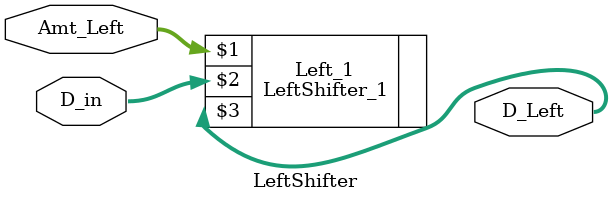
<source format=v>
`include "define.h"

module LeftShifter(Amt_Left, D_in, D_Left);
	
	// how many shifters will be needed
	input [4:0] Amt_Left;
	// data in
	input [31:0] D_in;
	// data left out
	output reg [31:0] D_Left;

	LeftShifter_1 Left_1(Amt_Left, D_in, D_Left);
	

	always @* begin
		// 16 bit shifter
		if(Amt_in[4] == 1'b1) begin
			
			
		end
		// 8 bit shifter
		if(Amt_in[3] == 1'b1) begin
			
			
		end
		// 4 bit shifter
		if(Amt_in[2] == 1'b1) begin
			
			
		end
		// 2 bit shifter
		if(Amt_in[1] == 1'b1) begin
			
			
		end
		// 1 bit shifter
		if(Amt_in[0] == 1'b1) begin
			
			
		end
	end
	
endmodule

</source>
